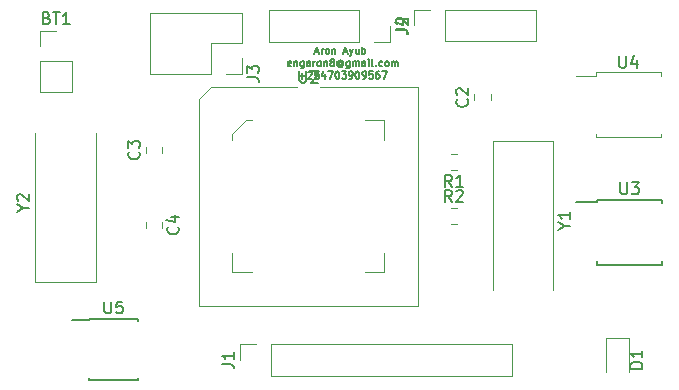
<source format=gto>
G04 #@! TF.GenerationSoftware,KiCad,Pcbnew,(5.1.5)-3*
G04 #@! TF.CreationDate,2020-12-01T08:46:11+03:00*
G04 #@! TF.ProjectId,project3_4layer,70726f6a-6563-4743-935f-346c61796572,1*
G04 #@! TF.SameCoordinates,Original*
G04 #@! TF.FileFunction,Legend,Top*
G04 #@! TF.FilePolarity,Positive*
%FSLAX46Y46*%
G04 Gerber Fmt 4.6, Leading zero omitted, Abs format (unit mm)*
G04 Created by KiCad (PCBNEW (5.1.5)-3) date 2020-12-01 08:46:11*
%MOMM*%
%LPD*%
G04 APERTURE LIST*
%ADD10C,0.150000*%
%ADD11C,0.120000*%
%ADD12C,0.100000*%
G04 APERTURE END LIST*
D10*
X118927857Y-126177000D02*
X119213571Y-126177000D01*
X118870714Y-126348428D02*
X119070714Y-125748428D01*
X119270714Y-126348428D01*
X119470714Y-126348428D02*
X119470714Y-125948428D01*
X119470714Y-126062714D02*
X119499285Y-126005571D01*
X119527857Y-125977000D01*
X119585000Y-125948428D01*
X119642142Y-125948428D01*
X119927857Y-126348428D02*
X119870714Y-126319857D01*
X119842142Y-126291285D01*
X119813571Y-126234142D01*
X119813571Y-126062714D01*
X119842142Y-126005571D01*
X119870714Y-125977000D01*
X119927857Y-125948428D01*
X120013571Y-125948428D01*
X120070714Y-125977000D01*
X120099285Y-126005571D01*
X120127857Y-126062714D01*
X120127857Y-126234142D01*
X120099285Y-126291285D01*
X120070714Y-126319857D01*
X120013571Y-126348428D01*
X119927857Y-126348428D01*
X120385000Y-125948428D02*
X120385000Y-126348428D01*
X120385000Y-126005571D02*
X120413571Y-125977000D01*
X120470714Y-125948428D01*
X120556428Y-125948428D01*
X120613571Y-125977000D01*
X120642142Y-126034142D01*
X120642142Y-126348428D01*
X121356428Y-126177000D02*
X121642142Y-126177000D01*
X121299285Y-126348428D02*
X121499285Y-125748428D01*
X121699285Y-126348428D01*
X121842142Y-125948428D02*
X121985000Y-126348428D01*
X122127857Y-125948428D02*
X121985000Y-126348428D01*
X121927857Y-126491285D01*
X121899285Y-126519857D01*
X121842142Y-126548428D01*
X122613571Y-125948428D02*
X122613571Y-126348428D01*
X122356428Y-125948428D02*
X122356428Y-126262714D01*
X122385000Y-126319857D01*
X122442142Y-126348428D01*
X122527857Y-126348428D01*
X122585000Y-126319857D01*
X122613571Y-126291285D01*
X122899285Y-126348428D02*
X122899285Y-125748428D01*
X122899285Y-125977000D02*
X122956428Y-125948428D01*
X123070714Y-125948428D01*
X123127857Y-125977000D01*
X123156428Y-126005571D01*
X123185000Y-126062714D01*
X123185000Y-126234142D01*
X123156428Y-126291285D01*
X123127857Y-126319857D01*
X123070714Y-126348428D01*
X122956428Y-126348428D01*
X122899285Y-126319857D01*
X116870714Y-127369857D02*
X116813571Y-127398428D01*
X116699285Y-127398428D01*
X116642142Y-127369857D01*
X116613571Y-127312714D01*
X116613571Y-127084142D01*
X116642142Y-127027000D01*
X116699285Y-126998428D01*
X116813571Y-126998428D01*
X116870714Y-127027000D01*
X116899285Y-127084142D01*
X116899285Y-127141285D01*
X116613571Y-127198428D01*
X117156428Y-126998428D02*
X117156428Y-127398428D01*
X117156428Y-127055571D02*
X117185000Y-127027000D01*
X117242142Y-126998428D01*
X117327857Y-126998428D01*
X117385000Y-127027000D01*
X117413571Y-127084142D01*
X117413571Y-127398428D01*
X117956428Y-126998428D02*
X117956428Y-127484142D01*
X117927857Y-127541285D01*
X117899285Y-127569857D01*
X117842142Y-127598428D01*
X117756428Y-127598428D01*
X117699285Y-127569857D01*
X117956428Y-127369857D02*
X117899285Y-127398428D01*
X117785000Y-127398428D01*
X117727857Y-127369857D01*
X117699285Y-127341285D01*
X117670714Y-127284142D01*
X117670714Y-127112714D01*
X117699285Y-127055571D01*
X117727857Y-127027000D01*
X117785000Y-126998428D01*
X117899285Y-126998428D01*
X117956428Y-127027000D01*
X118499285Y-127398428D02*
X118499285Y-127084142D01*
X118470714Y-127027000D01*
X118413571Y-126998428D01*
X118299285Y-126998428D01*
X118242142Y-127027000D01*
X118499285Y-127369857D02*
X118442142Y-127398428D01*
X118299285Y-127398428D01*
X118242142Y-127369857D01*
X118213571Y-127312714D01*
X118213571Y-127255571D01*
X118242142Y-127198428D01*
X118299285Y-127169857D01*
X118442142Y-127169857D01*
X118499285Y-127141285D01*
X118785000Y-127398428D02*
X118785000Y-126998428D01*
X118785000Y-127112714D02*
X118813571Y-127055571D01*
X118842142Y-127027000D01*
X118899285Y-126998428D01*
X118956428Y-126998428D01*
X119242142Y-127398428D02*
X119185000Y-127369857D01*
X119156428Y-127341285D01*
X119127857Y-127284142D01*
X119127857Y-127112714D01*
X119156428Y-127055571D01*
X119185000Y-127027000D01*
X119242142Y-126998428D01*
X119327857Y-126998428D01*
X119385000Y-127027000D01*
X119413571Y-127055571D01*
X119442142Y-127112714D01*
X119442142Y-127284142D01*
X119413571Y-127341285D01*
X119385000Y-127369857D01*
X119327857Y-127398428D01*
X119242142Y-127398428D01*
X119699285Y-126998428D02*
X119699285Y-127398428D01*
X119699285Y-127055571D02*
X119727857Y-127027000D01*
X119785000Y-126998428D01*
X119870714Y-126998428D01*
X119927857Y-127027000D01*
X119956428Y-127084142D01*
X119956428Y-127398428D01*
X120327857Y-127055571D02*
X120270714Y-127027000D01*
X120242142Y-126998428D01*
X120213571Y-126941285D01*
X120213571Y-126912714D01*
X120242142Y-126855571D01*
X120270714Y-126827000D01*
X120327857Y-126798428D01*
X120442142Y-126798428D01*
X120499285Y-126827000D01*
X120527857Y-126855571D01*
X120556428Y-126912714D01*
X120556428Y-126941285D01*
X120527857Y-126998428D01*
X120499285Y-127027000D01*
X120442142Y-127055571D01*
X120327857Y-127055571D01*
X120270714Y-127084142D01*
X120242142Y-127112714D01*
X120213571Y-127169857D01*
X120213571Y-127284142D01*
X120242142Y-127341285D01*
X120270714Y-127369857D01*
X120327857Y-127398428D01*
X120442142Y-127398428D01*
X120499285Y-127369857D01*
X120527857Y-127341285D01*
X120556428Y-127284142D01*
X120556428Y-127169857D01*
X120527857Y-127112714D01*
X120499285Y-127084142D01*
X120442142Y-127055571D01*
X121185000Y-127112714D02*
X121156428Y-127084142D01*
X121099285Y-127055571D01*
X121042142Y-127055571D01*
X120985000Y-127084142D01*
X120956428Y-127112714D01*
X120927857Y-127169857D01*
X120927857Y-127227000D01*
X120956428Y-127284142D01*
X120985000Y-127312714D01*
X121042142Y-127341285D01*
X121099285Y-127341285D01*
X121156428Y-127312714D01*
X121185000Y-127284142D01*
X121185000Y-127055571D02*
X121185000Y-127284142D01*
X121213571Y-127312714D01*
X121242142Y-127312714D01*
X121299285Y-127284142D01*
X121327857Y-127227000D01*
X121327857Y-127084142D01*
X121270714Y-126998428D01*
X121185000Y-126941285D01*
X121070714Y-126912714D01*
X120956428Y-126941285D01*
X120870714Y-126998428D01*
X120813571Y-127084142D01*
X120785000Y-127198428D01*
X120813571Y-127312714D01*
X120870714Y-127398428D01*
X120956428Y-127455571D01*
X121070714Y-127484142D01*
X121185000Y-127455571D01*
X121270714Y-127398428D01*
X121842142Y-126998428D02*
X121842142Y-127484142D01*
X121813571Y-127541285D01*
X121785000Y-127569857D01*
X121727857Y-127598428D01*
X121642142Y-127598428D01*
X121585000Y-127569857D01*
X121842142Y-127369857D02*
X121785000Y-127398428D01*
X121670714Y-127398428D01*
X121613571Y-127369857D01*
X121585000Y-127341285D01*
X121556428Y-127284142D01*
X121556428Y-127112714D01*
X121585000Y-127055571D01*
X121613571Y-127027000D01*
X121670714Y-126998428D01*
X121785000Y-126998428D01*
X121842142Y-127027000D01*
X122127857Y-127398428D02*
X122127857Y-126998428D01*
X122127857Y-127055571D02*
X122156428Y-127027000D01*
X122213571Y-126998428D01*
X122299285Y-126998428D01*
X122356428Y-127027000D01*
X122385000Y-127084142D01*
X122385000Y-127398428D01*
X122385000Y-127084142D02*
X122413571Y-127027000D01*
X122470714Y-126998428D01*
X122556428Y-126998428D01*
X122613571Y-127027000D01*
X122642142Y-127084142D01*
X122642142Y-127398428D01*
X123185000Y-127398428D02*
X123185000Y-127084142D01*
X123156428Y-127027000D01*
X123099285Y-126998428D01*
X122985000Y-126998428D01*
X122927857Y-127027000D01*
X123185000Y-127369857D02*
X123127857Y-127398428D01*
X122985000Y-127398428D01*
X122927857Y-127369857D01*
X122899285Y-127312714D01*
X122899285Y-127255571D01*
X122927857Y-127198428D01*
X122985000Y-127169857D01*
X123127857Y-127169857D01*
X123185000Y-127141285D01*
X123470714Y-127398428D02*
X123470714Y-126998428D01*
X123470714Y-126798428D02*
X123442142Y-126827000D01*
X123470714Y-126855571D01*
X123499285Y-126827000D01*
X123470714Y-126798428D01*
X123470714Y-126855571D01*
X123842142Y-127398428D02*
X123785000Y-127369857D01*
X123756428Y-127312714D01*
X123756428Y-126798428D01*
X124070714Y-127341285D02*
X124099285Y-127369857D01*
X124070714Y-127398428D01*
X124042142Y-127369857D01*
X124070714Y-127341285D01*
X124070714Y-127398428D01*
X124613571Y-127369857D02*
X124556428Y-127398428D01*
X124442142Y-127398428D01*
X124385000Y-127369857D01*
X124356428Y-127341285D01*
X124327857Y-127284142D01*
X124327857Y-127112714D01*
X124356428Y-127055571D01*
X124385000Y-127027000D01*
X124442142Y-126998428D01*
X124556428Y-126998428D01*
X124613571Y-127027000D01*
X124956428Y-127398428D02*
X124899285Y-127369857D01*
X124870714Y-127341285D01*
X124842142Y-127284142D01*
X124842142Y-127112714D01*
X124870714Y-127055571D01*
X124899285Y-127027000D01*
X124956428Y-126998428D01*
X125042142Y-126998428D01*
X125099285Y-127027000D01*
X125127857Y-127055571D01*
X125156428Y-127112714D01*
X125156428Y-127284142D01*
X125127857Y-127341285D01*
X125099285Y-127369857D01*
X125042142Y-127398428D01*
X124956428Y-127398428D01*
X125413571Y-127398428D02*
X125413571Y-126998428D01*
X125413571Y-127055571D02*
X125442142Y-127027000D01*
X125499285Y-126998428D01*
X125585000Y-126998428D01*
X125642142Y-127027000D01*
X125670714Y-127084142D01*
X125670714Y-127398428D01*
X125670714Y-127084142D02*
X125699285Y-127027000D01*
X125756428Y-126998428D01*
X125842142Y-126998428D01*
X125899285Y-127027000D01*
X125927857Y-127084142D01*
X125927857Y-127398428D01*
X117627857Y-128219857D02*
X118085000Y-128219857D01*
X117856428Y-128448428D02*
X117856428Y-127991285D01*
X118342142Y-127905571D02*
X118370714Y-127877000D01*
X118427857Y-127848428D01*
X118570714Y-127848428D01*
X118627857Y-127877000D01*
X118656428Y-127905571D01*
X118685000Y-127962714D01*
X118685000Y-128019857D01*
X118656428Y-128105571D01*
X118313571Y-128448428D01*
X118685000Y-128448428D01*
X119227857Y-127848428D02*
X118942142Y-127848428D01*
X118913571Y-128134142D01*
X118942142Y-128105571D01*
X118999285Y-128077000D01*
X119142142Y-128077000D01*
X119199285Y-128105571D01*
X119227857Y-128134142D01*
X119256428Y-128191285D01*
X119256428Y-128334142D01*
X119227857Y-128391285D01*
X119199285Y-128419857D01*
X119142142Y-128448428D01*
X118999285Y-128448428D01*
X118942142Y-128419857D01*
X118913571Y-128391285D01*
X119770714Y-128048428D02*
X119770714Y-128448428D01*
X119627857Y-127819857D02*
X119485000Y-128248428D01*
X119856428Y-128248428D01*
X120027857Y-127848428D02*
X120427857Y-127848428D01*
X120170714Y-128448428D01*
X120770714Y-127848428D02*
X120827857Y-127848428D01*
X120885000Y-127877000D01*
X120913571Y-127905571D01*
X120942142Y-127962714D01*
X120970714Y-128077000D01*
X120970714Y-128219857D01*
X120942142Y-128334142D01*
X120913571Y-128391285D01*
X120885000Y-128419857D01*
X120827857Y-128448428D01*
X120770714Y-128448428D01*
X120713571Y-128419857D01*
X120685000Y-128391285D01*
X120656428Y-128334142D01*
X120627857Y-128219857D01*
X120627857Y-128077000D01*
X120656428Y-127962714D01*
X120685000Y-127905571D01*
X120713571Y-127877000D01*
X120770714Y-127848428D01*
X121170714Y-127848428D02*
X121542142Y-127848428D01*
X121342142Y-128077000D01*
X121427857Y-128077000D01*
X121485000Y-128105571D01*
X121513571Y-128134142D01*
X121542142Y-128191285D01*
X121542142Y-128334142D01*
X121513571Y-128391285D01*
X121485000Y-128419857D01*
X121427857Y-128448428D01*
X121256428Y-128448428D01*
X121199285Y-128419857D01*
X121170714Y-128391285D01*
X121827857Y-128448428D02*
X121942142Y-128448428D01*
X121999285Y-128419857D01*
X122027857Y-128391285D01*
X122085000Y-128305571D01*
X122113571Y-128191285D01*
X122113571Y-127962714D01*
X122085000Y-127905571D01*
X122056428Y-127877000D01*
X121999285Y-127848428D01*
X121885000Y-127848428D01*
X121827857Y-127877000D01*
X121799285Y-127905571D01*
X121770714Y-127962714D01*
X121770714Y-128105571D01*
X121799285Y-128162714D01*
X121827857Y-128191285D01*
X121885000Y-128219857D01*
X121999285Y-128219857D01*
X122056428Y-128191285D01*
X122085000Y-128162714D01*
X122113571Y-128105571D01*
X122485000Y-127848428D02*
X122542142Y-127848428D01*
X122599285Y-127877000D01*
X122627857Y-127905571D01*
X122656428Y-127962714D01*
X122685000Y-128077000D01*
X122685000Y-128219857D01*
X122656428Y-128334142D01*
X122627857Y-128391285D01*
X122599285Y-128419857D01*
X122542142Y-128448428D01*
X122485000Y-128448428D01*
X122427857Y-128419857D01*
X122399285Y-128391285D01*
X122370714Y-128334142D01*
X122342142Y-128219857D01*
X122342142Y-128077000D01*
X122370714Y-127962714D01*
X122399285Y-127905571D01*
X122427857Y-127877000D01*
X122485000Y-127848428D01*
X122970714Y-128448428D02*
X123085000Y-128448428D01*
X123142142Y-128419857D01*
X123170714Y-128391285D01*
X123227857Y-128305571D01*
X123256428Y-128191285D01*
X123256428Y-127962714D01*
X123227857Y-127905571D01*
X123199285Y-127877000D01*
X123142142Y-127848428D01*
X123027857Y-127848428D01*
X122970714Y-127877000D01*
X122942142Y-127905571D01*
X122913571Y-127962714D01*
X122913571Y-128105571D01*
X122942142Y-128162714D01*
X122970714Y-128191285D01*
X123027857Y-128219857D01*
X123142142Y-128219857D01*
X123199285Y-128191285D01*
X123227857Y-128162714D01*
X123256428Y-128105571D01*
X123799285Y-127848428D02*
X123513571Y-127848428D01*
X123485000Y-128134142D01*
X123513571Y-128105571D01*
X123570714Y-128077000D01*
X123713571Y-128077000D01*
X123770714Y-128105571D01*
X123799285Y-128134142D01*
X123827857Y-128191285D01*
X123827857Y-128334142D01*
X123799285Y-128391285D01*
X123770714Y-128419857D01*
X123713571Y-128448428D01*
X123570714Y-128448428D01*
X123513571Y-128419857D01*
X123485000Y-128391285D01*
X124342142Y-127848428D02*
X124227857Y-127848428D01*
X124170714Y-127877000D01*
X124142142Y-127905571D01*
X124085000Y-127991285D01*
X124056428Y-128105571D01*
X124056428Y-128334142D01*
X124085000Y-128391285D01*
X124113571Y-128419857D01*
X124170714Y-128448428D01*
X124285000Y-128448428D01*
X124342142Y-128419857D01*
X124370714Y-128391285D01*
X124399285Y-128334142D01*
X124399285Y-128191285D01*
X124370714Y-128134142D01*
X124342142Y-128105571D01*
X124285000Y-128077000D01*
X124170714Y-128077000D01*
X124113571Y-128105571D01*
X124085000Y-128134142D01*
X124056428Y-128191285D01*
X124599285Y-127848428D02*
X124999285Y-127848428D01*
X124742142Y-128448428D01*
D11*
X112709000Y-126746000D02*
X112709000Y-128076000D01*
X112709000Y-128076000D02*
X111379000Y-128076000D01*
X112709000Y-125476000D02*
X110109000Y-125476000D01*
X110109000Y-125476000D02*
X110109000Y-128076000D01*
X110109000Y-128076000D02*
X104969000Y-128076000D01*
X104969000Y-122876000D02*
X104969000Y-128076000D01*
X112709000Y-122876000D02*
X104969000Y-122876000D01*
X112709000Y-122876000D02*
X112709000Y-125476000D01*
X125282000Y-124002000D02*
X125282000Y-125332000D01*
X125282000Y-125332000D02*
X123952000Y-125332000D01*
X122682000Y-125332000D02*
X115002000Y-125332000D01*
X115002000Y-122672000D02*
X115002000Y-125332000D01*
X122682000Y-122672000D02*
X115002000Y-122672000D01*
X122682000Y-122672000D02*
X122682000Y-125332000D01*
X127321000Y-123952000D02*
X127321000Y-122622000D01*
X127321000Y-122622000D02*
X128651000Y-122622000D01*
X129921000Y-122622000D02*
X137601000Y-122622000D01*
X137601000Y-125282000D02*
X137601000Y-122622000D01*
X129921000Y-125282000D02*
X137601000Y-125282000D01*
X129921000Y-125282000D02*
X129921000Y-122622000D01*
X112580000Y-152284000D02*
X112580000Y-150954000D01*
X112580000Y-150954000D02*
X113910000Y-150954000D01*
X115180000Y-150954000D02*
X135560000Y-150954000D01*
X135560000Y-153614000D02*
X135560000Y-150954000D01*
X115180000Y-153614000D02*
X135560000Y-153614000D01*
X115180000Y-153614000D02*
X115180000Y-150954000D01*
X100340000Y-145638000D02*
X100340000Y-133038000D01*
X95240000Y-145638000D02*
X100340000Y-145638000D01*
X95240000Y-133038000D02*
X95240000Y-145638000D01*
X133975000Y-133762000D02*
X133975000Y-146362000D01*
X139075000Y-133762000D02*
X133975000Y-133762000D01*
X139075000Y-146362000D02*
X139075000Y-133762000D01*
D10*
X99779000Y-148809000D02*
X99779000Y-148859000D01*
X103929000Y-148809000D02*
X103929000Y-148954000D01*
X103929000Y-153959000D02*
X103929000Y-153814000D01*
X99779000Y-153959000D02*
X99779000Y-153814000D01*
X99779000Y-148809000D02*
X103929000Y-148809000D01*
X99779000Y-153959000D02*
X103929000Y-153959000D01*
X99779000Y-148859000D02*
X98379000Y-148859000D01*
D11*
X142694500Y-128218000D02*
X141042000Y-128218000D01*
X142694500Y-127935500D02*
X142694500Y-128218000D01*
X145442000Y-127935500D02*
X142694500Y-127935500D01*
X148189500Y-127935500D02*
X148189500Y-128218000D01*
X145442000Y-127935500D02*
X148189500Y-127935500D01*
X142694500Y-133430500D02*
X142694500Y-133148000D01*
X145442000Y-133430500D02*
X142694500Y-133430500D01*
X148189500Y-133430500D02*
X148189500Y-133148000D01*
X145442000Y-133430500D02*
X148189500Y-133430500D01*
D10*
X142792000Y-138928000D02*
X141042000Y-138928000D01*
X142792000Y-144233000D02*
X148292000Y-144233000D01*
X142792000Y-138723000D02*
X148292000Y-138723000D01*
X142792000Y-144233000D02*
X142792000Y-143933000D01*
X148292000Y-144233000D02*
X148292000Y-143933000D01*
X148292000Y-138723000D02*
X148292000Y-139023000D01*
X142792000Y-138723000D02*
X142792000Y-138928000D01*
D12*
X124799000Y-144865000D02*
X124799000Y-143215000D01*
X123149000Y-144865000D02*
X124799000Y-144865000D01*
X111929000Y-144865000D02*
X111929000Y-143215000D01*
X113579000Y-144865000D02*
X111929000Y-144865000D01*
X124799000Y-131995000D02*
X124799000Y-133645000D01*
X123149000Y-131995000D02*
X124799000Y-131995000D01*
X111929000Y-133145000D02*
X111929000Y-133645000D01*
X113079000Y-131995000D02*
X111929000Y-133145000D01*
X113579000Y-131995000D02*
X113079000Y-131995000D01*
D11*
X127604000Y-129190000D02*
X119364000Y-129190000D01*
X127604000Y-147670000D02*
X127604000Y-129190000D01*
X109124000Y-147670000D02*
X127604000Y-147670000D01*
X109124000Y-130190000D02*
X109124000Y-147670000D01*
X110124000Y-129190000D02*
X109124000Y-130190000D01*
X117364000Y-129190000D02*
X110124000Y-129190000D01*
X130399748Y-140791000D02*
X130922252Y-140791000D01*
X130399748Y-139371000D02*
X130922252Y-139371000D01*
X130922252Y-134799000D02*
X130399748Y-134799000D01*
X130922252Y-136219000D02*
X130399748Y-136219000D01*
X145486000Y-153273000D02*
X145486000Y-150413000D01*
X145486000Y-150413000D02*
X143566000Y-150413000D01*
X143566000Y-150413000D02*
X143566000Y-153273000D01*
X104573000Y-140581748D02*
X104573000Y-141104252D01*
X105993000Y-140581748D02*
X105993000Y-141104252D01*
X105993000Y-134745252D02*
X105993000Y-134222748D01*
X104573000Y-134745252D02*
X104573000Y-134222748D01*
X133795000Y-130309252D02*
X133795000Y-129786748D01*
X132375000Y-130309252D02*
X132375000Y-129786748D01*
X95660000Y-124400000D02*
X96990000Y-124400000D01*
X95660000Y-125730000D02*
X95660000Y-124400000D01*
X95660000Y-127000000D02*
X98320000Y-127000000D01*
X98320000Y-127000000D02*
X98320000Y-129600000D01*
X95660000Y-127000000D02*
X95660000Y-129600000D01*
X95660000Y-129600000D02*
X98320000Y-129600000D01*
D10*
X113161380Y-128349333D02*
X113875666Y-128349333D01*
X114018523Y-128396952D01*
X114113761Y-128492190D01*
X114161380Y-128635047D01*
X114161380Y-128730285D01*
X113161380Y-127968380D02*
X113161380Y-127349333D01*
X113542333Y-127682666D01*
X113542333Y-127539809D01*
X113589952Y-127444571D01*
X113637571Y-127396952D01*
X113732809Y-127349333D01*
X113970904Y-127349333D01*
X114066142Y-127396952D01*
X114113761Y-127444571D01*
X114161380Y-127539809D01*
X114161380Y-127825523D01*
X114113761Y-127920761D01*
X114066142Y-127968380D01*
X125734380Y-124335333D02*
X126448666Y-124335333D01*
X126591523Y-124382952D01*
X126686761Y-124478190D01*
X126734380Y-124621047D01*
X126734380Y-124716285D01*
X126067714Y-123430571D02*
X126734380Y-123430571D01*
X125686761Y-123668666D02*
X126401047Y-123906761D01*
X126401047Y-123287714D01*
X125773380Y-124285333D02*
X126487666Y-124285333D01*
X126630523Y-124332952D01*
X126725761Y-124428190D01*
X126773380Y-124571047D01*
X126773380Y-124666285D01*
X125868619Y-123856761D02*
X125821000Y-123809142D01*
X125773380Y-123713904D01*
X125773380Y-123475809D01*
X125821000Y-123380571D01*
X125868619Y-123332952D01*
X125963857Y-123285333D01*
X126059095Y-123285333D01*
X126201952Y-123332952D01*
X126773380Y-123904380D01*
X126773380Y-123285333D01*
X111032380Y-152617333D02*
X111746666Y-152617333D01*
X111889523Y-152664952D01*
X111984761Y-152760190D01*
X112032380Y-152903047D01*
X112032380Y-152998285D01*
X112032380Y-151617333D02*
X112032380Y-152188761D01*
X112032380Y-151903047D02*
X111032380Y-151903047D01*
X111175238Y-151998285D01*
X111270476Y-152093523D01*
X111318095Y-152188761D01*
X94216190Y-139414190D02*
X94692380Y-139414190D01*
X93692380Y-139747523D02*
X94216190Y-139414190D01*
X93692380Y-139080857D01*
X93787619Y-138795142D02*
X93740000Y-138747523D01*
X93692380Y-138652285D01*
X93692380Y-138414190D01*
X93740000Y-138318952D01*
X93787619Y-138271333D01*
X93882857Y-138223714D01*
X93978095Y-138223714D01*
X94120952Y-138271333D01*
X94692380Y-138842761D01*
X94692380Y-138223714D01*
X140051190Y-140938190D02*
X140527380Y-140938190D01*
X139527380Y-141271523D02*
X140051190Y-140938190D01*
X139527380Y-140604857D01*
X140527380Y-139747714D02*
X140527380Y-140319142D01*
X140527380Y-140033428D02*
X139527380Y-140033428D01*
X139670238Y-140128666D01*
X139765476Y-140223904D01*
X139813095Y-140319142D01*
X101092095Y-147336380D02*
X101092095Y-148145904D01*
X101139714Y-148241142D01*
X101187333Y-148288761D01*
X101282571Y-148336380D01*
X101473047Y-148336380D01*
X101568285Y-148288761D01*
X101615904Y-148241142D01*
X101663523Y-148145904D01*
X101663523Y-147336380D01*
X102615904Y-147336380D02*
X102139714Y-147336380D01*
X102092095Y-147812571D01*
X102139714Y-147764952D01*
X102234952Y-147717333D01*
X102473047Y-147717333D01*
X102568285Y-147764952D01*
X102615904Y-147812571D01*
X102663523Y-147907809D01*
X102663523Y-148145904D01*
X102615904Y-148241142D01*
X102568285Y-148288761D01*
X102473047Y-148336380D01*
X102234952Y-148336380D01*
X102139714Y-148288761D01*
X102092095Y-148241142D01*
X144680095Y-126545380D02*
X144680095Y-127354904D01*
X144727714Y-127450142D01*
X144775333Y-127497761D01*
X144870571Y-127545380D01*
X145061047Y-127545380D01*
X145156285Y-127497761D01*
X145203904Y-127450142D01*
X145251523Y-127354904D01*
X145251523Y-126545380D01*
X146156285Y-126878714D02*
X146156285Y-127545380D01*
X145918190Y-126497761D02*
X145680095Y-127212047D01*
X146299142Y-127212047D01*
X144780095Y-137250380D02*
X144780095Y-138059904D01*
X144827714Y-138155142D01*
X144875333Y-138202761D01*
X144970571Y-138250380D01*
X145161047Y-138250380D01*
X145256285Y-138202761D01*
X145303904Y-138155142D01*
X145351523Y-138059904D01*
X145351523Y-137250380D01*
X145732476Y-137250380D02*
X146351523Y-137250380D01*
X146018190Y-137631333D01*
X146161047Y-137631333D01*
X146256285Y-137678952D01*
X146303904Y-137726571D01*
X146351523Y-137821809D01*
X146351523Y-138059904D01*
X146303904Y-138155142D01*
X146256285Y-138202761D01*
X146161047Y-138250380D01*
X145875333Y-138250380D01*
X145780095Y-138202761D01*
X145732476Y-138155142D01*
X117602095Y-127792380D02*
X117602095Y-128601904D01*
X117649714Y-128697142D01*
X117697333Y-128744761D01*
X117792571Y-128792380D01*
X117983047Y-128792380D01*
X118078285Y-128744761D01*
X118125904Y-128697142D01*
X118173523Y-128601904D01*
X118173523Y-127792380D01*
X118602095Y-127887619D02*
X118649714Y-127840000D01*
X118744952Y-127792380D01*
X118983047Y-127792380D01*
X119078285Y-127840000D01*
X119125904Y-127887619D01*
X119173523Y-127982857D01*
X119173523Y-128078095D01*
X119125904Y-128220952D01*
X118554476Y-128792380D01*
X119173523Y-128792380D01*
X130494333Y-138883380D02*
X130161000Y-138407190D01*
X129922904Y-138883380D02*
X129922904Y-137883380D01*
X130303857Y-137883380D01*
X130399095Y-137931000D01*
X130446714Y-137978619D01*
X130494333Y-138073857D01*
X130494333Y-138216714D01*
X130446714Y-138311952D01*
X130399095Y-138359571D01*
X130303857Y-138407190D01*
X129922904Y-138407190D01*
X130875285Y-137978619D02*
X130922904Y-137931000D01*
X131018142Y-137883380D01*
X131256238Y-137883380D01*
X131351476Y-137931000D01*
X131399095Y-137978619D01*
X131446714Y-138073857D01*
X131446714Y-138169095D01*
X131399095Y-138311952D01*
X130827666Y-138883380D01*
X131446714Y-138883380D01*
X130494333Y-137611380D02*
X130161000Y-137135190D01*
X129922904Y-137611380D02*
X129922904Y-136611380D01*
X130303857Y-136611380D01*
X130399095Y-136659000D01*
X130446714Y-136706619D01*
X130494333Y-136801857D01*
X130494333Y-136944714D01*
X130446714Y-137039952D01*
X130399095Y-137087571D01*
X130303857Y-137135190D01*
X129922904Y-137135190D01*
X131446714Y-137611380D02*
X130875285Y-137611380D01*
X131161000Y-137611380D02*
X131161000Y-136611380D01*
X131065761Y-136754238D01*
X130970523Y-136849476D01*
X130875285Y-136897095D01*
X146628380Y-153011095D02*
X145628380Y-153011095D01*
X145628380Y-152773000D01*
X145676000Y-152630142D01*
X145771238Y-152534904D01*
X145866476Y-152487285D01*
X146056952Y-152439666D01*
X146199809Y-152439666D01*
X146390285Y-152487285D01*
X146485523Y-152534904D01*
X146580761Y-152630142D01*
X146628380Y-152773000D01*
X146628380Y-153011095D01*
X146628380Y-151487285D02*
X146628380Y-152058714D01*
X146628380Y-151773000D02*
X145628380Y-151773000D01*
X145771238Y-151868238D01*
X145866476Y-151963476D01*
X145914095Y-152058714D01*
X107290142Y-141009666D02*
X107337761Y-141057285D01*
X107385380Y-141200142D01*
X107385380Y-141295380D01*
X107337761Y-141438238D01*
X107242523Y-141533476D01*
X107147285Y-141581095D01*
X106956809Y-141628714D01*
X106813952Y-141628714D01*
X106623476Y-141581095D01*
X106528238Y-141533476D01*
X106433000Y-141438238D01*
X106385380Y-141295380D01*
X106385380Y-141200142D01*
X106433000Y-141057285D01*
X106480619Y-141009666D01*
X106718714Y-140152523D02*
X107385380Y-140152523D01*
X106337761Y-140390619D02*
X107052047Y-140628714D01*
X107052047Y-140009666D01*
X103990142Y-134650666D02*
X104037761Y-134698285D01*
X104085380Y-134841142D01*
X104085380Y-134936380D01*
X104037761Y-135079238D01*
X103942523Y-135174476D01*
X103847285Y-135222095D01*
X103656809Y-135269714D01*
X103513952Y-135269714D01*
X103323476Y-135222095D01*
X103228238Y-135174476D01*
X103133000Y-135079238D01*
X103085380Y-134936380D01*
X103085380Y-134841142D01*
X103133000Y-134698285D01*
X103180619Y-134650666D01*
X103085380Y-134317333D02*
X103085380Y-133698285D01*
X103466333Y-134031619D01*
X103466333Y-133888761D01*
X103513952Y-133793523D01*
X103561571Y-133745904D01*
X103656809Y-133698285D01*
X103894904Y-133698285D01*
X103990142Y-133745904D01*
X104037761Y-133793523D01*
X104085380Y-133888761D01*
X104085380Y-134174476D01*
X104037761Y-134269714D01*
X103990142Y-134317333D01*
X131792142Y-130214666D02*
X131839761Y-130262285D01*
X131887380Y-130405142D01*
X131887380Y-130500380D01*
X131839761Y-130643238D01*
X131744523Y-130738476D01*
X131649285Y-130786095D01*
X131458809Y-130833714D01*
X131315952Y-130833714D01*
X131125476Y-130786095D01*
X131030238Y-130738476D01*
X130935000Y-130643238D01*
X130887380Y-130500380D01*
X130887380Y-130405142D01*
X130935000Y-130262285D01*
X130982619Y-130214666D01*
X130982619Y-129833714D02*
X130935000Y-129786095D01*
X130887380Y-129690857D01*
X130887380Y-129452761D01*
X130935000Y-129357523D01*
X130982619Y-129309904D01*
X131077857Y-129262285D01*
X131173095Y-129262285D01*
X131315952Y-129309904D01*
X131887380Y-129881333D01*
X131887380Y-129262285D01*
X96204285Y-123328571D02*
X96347142Y-123376190D01*
X96394761Y-123423809D01*
X96442380Y-123519047D01*
X96442380Y-123661904D01*
X96394761Y-123757142D01*
X96347142Y-123804761D01*
X96251904Y-123852380D01*
X95870952Y-123852380D01*
X95870952Y-122852380D01*
X96204285Y-122852380D01*
X96299523Y-122900000D01*
X96347142Y-122947619D01*
X96394761Y-123042857D01*
X96394761Y-123138095D01*
X96347142Y-123233333D01*
X96299523Y-123280952D01*
X96204285Y-123328571D01*
X95870952Y-123328571D01*
X96728095Y-122852380D02*
X97299523Y-122852380D01*
X97013809Y-123852380D02*
X97013809Y-122852380D01*
X98156666Y-123852380D02*
X97585238Y-123852380D01*
X97870952Y-123852380D02*
X97870952Y-122852380D01*
X97775714Y-122995238D01*
X97680476Y-123090476D01*
X97585238Y-123138095D01*
M02*

</source>
